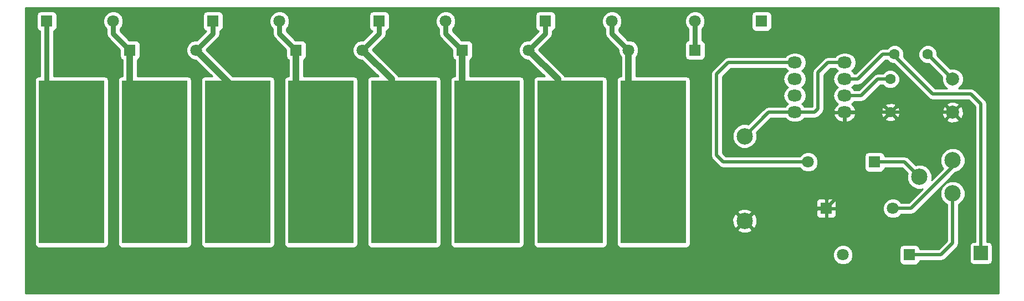
<source format=gtl>
G04 #@! TF.FileFunction,Copper,L1,Top,Signal*
%FSLAX46Y46*%
G04 Gerber Fmt 4.6, Leading zero omitted, Abs format (unit mm)*
G04 Created by KiCad (PCBNEW 4.0.1-stable) date 2016/10/28 19:38:33*
%MOMM*%
G01*
G04 APERTURE LIST*
%ADD10C,0.100000*%
%ADD11C,2.500000*%
%ADD12O,2.200000X1.800000*%
%ADD13R,10.000000X25.000000*%
%ADD14C,1.600000*%
%ADD15C,1.800000*%
%ADD16R,1.800000X1.800000*%
%ADD17C,2.000000*%
%ADD18R,2.200000X2.200000*%
%ADD19C,0.500000*%
%ADD20C,1.000000*%
%ADD21C,0.800000*%
%ADD22C,0.254000*%
G04 APERTURE END LIST*
D10*
D11*
X182755000Y-107630000D03*
X182755000Y-94630000D03*
D12*
X198030000Y-88430000D03*
X198030000Y-90970000D03*
X198030000Y-85890000D03*
X198030000Y-83350000D03*
X190410000Y-83350000D03*
X190410000Y-85890000D03*
X190410000Y-88430000D03*
X190410000Y-90970000D03*
D13*
X118020000Y-98590000D03*
X105320000Y-98590000D03*
X130720000Y-98590000D03*
X143420000Y-98590000D03*
X92620000Y-98590000D03*
X79920000Y-98590000D03*
X156120000Y-98590000D03*
X168820000Y-98590000D03*
D14*
X205015000Y-85890000D03*
X205015000Y-90970000D03*
X205650000Y-82080000D03*
X210730000Y-82080000D03*
D15*
X197776000Y-112814000D03*
D16*
X207936000Y-112814000D03*
D15*
X205396000Y-105702000D03*
D16*
X195236000Y-105702000D03*
D15*
X192442000Y-98590000D03*
D16*
X202602000Y-98590000D03*
D15*
X165010000Y-81445000D03*
D16*
X175170000Y-81445000D03*
D15*
X175170000Y-77000000D03*
D16*
X185330000Y-77000000D03*
D15*
X162470000Y-77000000D03*
D16*
X152310000Y-77000000D03*
D15*
X149770000Y-81445000D03*
D16*
X139610000Y-81445000D03*
D15*
X137070000Y-77000000D03*
D16*
X126910000Y-77000000D03*
D15*
X124370000Y-81445000D03*
D16*
X114210000Y-81445000D03*
D15*
X111670000Y-77000000D03*
D16*
X101510000Y-77000000D03*
D15*
X98970000Y-81445000D03*
D16*
X88810000Y-81445000D03*
D15*
X86270000Y-77000000D03*
D16*
X76110000Y-77000000D03*
D11*
X209460000Y-100876000D03*
X214540000Y-98336000D03*
X214540000Y-103416000D03*
D17*
X214540000Y-85890000D03*
X214540000Y-90970000D03*
D18*
X218858000Y-112560000D03*
D19*
X214540000Y-90970000D02*
X205015000Y-90970000D01*
X198030000Y-90970000D02*
X214540000Y-90970000D01*
X195236000Y-105702000D02*
X184683000Y-105702000D01*
X184683000Y-105702000D02*
X182755000Y-107630000D01*
X198030000Y-90970000D02*
X198030000Y-102908000D01*
X198030000Y-102908000D02*
X195236000Y-105702000D01*
X190410000Y-90970000D02*
X186415000Y-90970000D01*
X186415000Y-90970000D02*
X182755000Y-94630000D01*
X198030000Y-83350000D02*
X195490000Y-83350000D01*
X193458000Y-90970000D02*
X190410000Y-90970000D01*
X193966000Y-90462000D02*
X193458000Y-90970000D01*
X193966000Y-84874000D02*
X193966000Y-90462000D01*
X195490000Y-83350000D02*
X193966000Y-84874000D01*
X205015000Y-85890000D02*
X203110000Y-85890000D01*
X200570000Y-88430000D02*
X198030000Y-88430000D01*
X203110000Y-85890000D02*
X200570000Y-88430000D01*
X205650000Y-82080000D02*
X205650000Y-82334000D01*
X205650000Y-82334000D02*
X211492000Y-88176000D01*
X218858000Y-89700000D02*
X218858000Y-112560000D01*
X217334000Y-88176000D02*
X218858000Y-89700000D01*
X211492000Y-88176000D02*
X217334000Y-88176000D01*
X205650000Y-82080000D02*
X203872000Y-82080000D01*
X200062000Y-85890000D02*
X198030000Y-85890000D01*
X203872000Y-82080000D02*
X200062000Y-85890000D01*
X210730000Y-82080000D02*
X214540000Y-85890000D01*
D20*
X114210000Y-81445000D02*
X114210000Y-94780000D01*
X114210000Y-94780000D02*
X118020000Y-98590000D01*
D21*
X111670000Y-77000000D02*
X111670000Y-78905000D01*
X111670000Y-78905000D02*
X114210000Y-81445000D01*
D20*
X105320000Y-98590000D02*
X105320000Y-87795000D01*
X105320000Y-87795000D02*
X98970000Y-81445000D01*
D21*
X98970000Y-81445000D02*
X101510000Y-78905000D01*
X101510000Y-78905000D02*
X101510000Y-77000000D01*
D20*
X101510000Y-94780000D02*
X105320000Y-98590000D01*
X124370000Y-81445000D02*
X128815000Y-85890000D01*
X128815000Y-85890000D02*
X128815000Y-96685000D01*
X128815000Y-96685000D02*
X130720000Y-98590000D01*
D21*
X126910000Y-77000000D02*
X126910000Y-78905000D01*
X126910000Y-78905000D02*
X124370000Y-81445000D01*
D20*
X126910000Y-94780000D02*
X130720000Y-98590000D01*
X139610000Y-81445000D02*
X139610000Y-94780000D01*
X139610000Y-94780000D02*
X143420000Y-98590000D01*
D21*
X137070000Y-77000000D02*
X137070000Y-78905000D01*
X137070000Y-78905000D02*
X139610000Y-81445000D01*
D20*
X139610000Y-94780000D02*
X143420000Y-98590000D01*
X88810000Y-81445000D02*
X88810000Y-94780000D01*
X88810000Y-94780000D02*
X92620000Y-98590000D01*
D21*
X86270000Y-77000000D02*
X86270000Y-78905000D01*
X86270000Y-78905000D02*
X88810000Y-81445000D01*
X76110000Y-77000000D02*
X76110000Y-94780000D01*
X76110000Y-94780000D02*
X79920000Y-98590000D01*
D20*
X76110000Y-94780000D02*
X79920000Y-98590000D01*
X149770000Y-81445000D02*
X154215000Y-85890000D01*
X154215000Y-85890000D02*
X154215000Y-96685000D01*
X154215000Y-96685000D02*
X156120000Y-98590000D01*
D21*
X152310000Y-77000000D02*
X152310000Y-78905000D01*
X152310000Y-78905000D02*
X149770000Y-81445000D01*
D20*
X152310000Y-94780000D02*
X156120000Y-98590000D01*
X165010000Y-81445000D02*
X165010000Y-94780000D01*
X165010000Y-94780000D02*
X168820000Y-98590000D01*
D21*
X162470000Y-77000000D02*
X162470000Y-78905000D01*
X162470000Y-78905000D02*
X165010000Y-81445000D01*
D20*
X165010000Y-94780000D02*
X168820000Y-98590000D01*
D19*
X214540000Y-103416000D02*
X214540000Y-111036000D01*
X212762000Y-112814000D02*
X207936000Y-112814000D01*
X214540000Y-111036000D02*
X212762000Y-112814000D01*
X214540000Y-98336000D02*
X214540000Y-99352000D01*
X214540000Y-99352000D02*
X208190000Y-105702000D01*
X208190000Y-105702000D02*
X205396000Y-105702000D01*
X190410000Y-83350000D02*
X180250000Y-83350000D01*
X179488000Y-98590000D02*
X192442000Y-98590000D01*
X178472000Y-97574000D02*
X179488000Y-98590000D01*
X178472000Y-85128000D02*
X178472000Y-97574000D01*
X180250000Y-83350000D02*
X178472000Y-85128000D01*
X202602000Y-98590000D02*
X207174000Y-98590000D01*
X207174000Y-98590000D02*
X209460000Y-100876000D01*
D21*
X175170000Y-77000000D02*
X175170000Y-81445000D01*
D22*
G36*
X221573000Y-118673000D02*
X72827000Y-118673000D01*
X72827000Y-113117991D01*
X196240735Y-113117991D01*
X196473932Y-113682371D01*
X196905357Y-114114551D01*
X197469330Y-114348733D01*
X198079991Y-114349265D01*
X198644371Y-114116068D01*
X199076551Y-113684643D01*
X199310733Y-113120670D01*
X199311265Y-112510009D01*
X199078068Y-111945629D01*
X199046495Y-111914000D01*
X206388560Y-111914000D01*
X206388560Y-113714000D01*
X206432838Y-113949317D01*
X206571910Y-114165441D01*
X206784110Y-114310431D01*
X207036000Y-114361440D01*
X208836000Y-114361440D01*
X209071317Y-114317162D01*
X209287441Y-114178090D01*
X209432431Y-113965890D01*
X209483440Y-113714000D01*
X209483440Y-113699000D01*
X212761995Y-113699000D01*
X212762000Y-113699001D01*
X213044484Y-113642810D01*
X213100675Y-113631633D01*
X213387790Y-113439790D01*
X215165787Y-111661792D01*
X215165790Y-111661790D01*
X215357633Y-111374675D01*
X215379139Y-111266560D01*
X215425001Y-111036000D01*
X215425000Y-111035995D01*
X215425000Y-105089898D01*
X215606372Y-105014957D01*
X216137093Y-104485161D01*
X216424672Y-103792595D01*
X216425326Y-103042695D01*
X216138957Y-102349628D01*
X215609161Y-101818907D01*
X214916595Y-101531328D01*
X214166695Y-101530674D01*
X213473628Y-101817043D01*
X212942907Y-102346839D01*
X212655328Y-103039405D01*
X212654674Y-103789305D01*
X212941043Y-104482372D01*
X213470839Y-105013093D01*
X213655000Y-105089563D01*
X213655000Y-110669421D01*
X212395420Y-111929000D01*
X209483440Y-111929000D01*
X209483440Y-111914000D01*
X209439162Y-111678683D01*
X209300090Y-111462559D01*
X209087890Y-111317569D01*
X208836000Y-111266560D01*
X207036000Y-111266560D01*
X206800683Y-111310838D01*
X206584559Y-111449910D01*
X206439569Y-111662110D01*
X206388560Y-111914000D01*
X199046495Y-111914000D01*
X198646643Y-111513449D01*
X198082670Y-111279267D01*
X197472009Y-111278735D01*
X196907629Y-111511932D01*
X196475449Y-111943357D01*
X196241267Y-112507330D01*
X196240735Y-113117991D01*
X72827000Y-113117991D01*
X72827000Y-86090000D01*
X74272560Y-86090000D01*
X74272560Y-111090000D01*
X74316838Y-111325317D01*
X74455910Y-111541441D01*
X74668110Y-111686431D01*
X74920000Y-111737440D01*
X84920000Y-111737440D01*
X85155317Y-111693162D01*
X85371441Y-111554090D01*
X85516431Y-111341890D01*
X85567440Y-111090000D01*
X85567440Y-86090000D01*
X85523162Y-85854683D01*
X85384090Y-85638559D01*
X85171890Y-85493569D01*
X84920000Y-85442560D01*
X77145000Y-85442560D01*
X77145000Y-78522038D01*
X77245317Y-78503162D01*
X77461441Y-78364090D01*
X77606431Y-78151890D01*
X77657440Y-77900000D01*
X77657440Y-77303991D01*
X84734735Y-77303991D01*
X84967932Y-77868371D01*
X85235000Y-78135906D01*
X85235000Y-78904995D01*
X85234999Y-78905000D01*
X85313785Y-79301077D01*
X85538144Y-79636856D01*
X87262560Y-81361271D01*
X87262560Y-82345000D01*
X87306838Y-82580317D01*
X87445910Y-82796441D01*
X87658110Y-82941431D01*
X87675000Y-82944851D01*
X87675000Y-85442560D01*
X87620000Y-85442560D01*
X87384683Y-85486838D01*
X87168559Y-85625910D01*
X87023569Y-85838110D01*
X86972560Y-86090000D01*
X86972560Y-111090000D01*
X87016838Y-111325317D01*
X87155910Y-111541441D01*
X87368110Y-111686431D01*
X87620000Y-111737440D01*
X97620000Y-111737440D01*
X97855317Y-111693162D01*
X98071441Y-111554090D01*
X98216431Y-111341890D01*
X98267440Y-111090000D01*
X98267440Y-86090000D01*
X98223162Y-85854683D01*
X98084090Y-85638559D01*
X97871890Y-85493569D01*
X97620000Y-85442560D01*
X89945000Y-85442560D01*
X89945000Y-82948222D01*
X89945317Y-82948162D01*
X90161441Y-82809090D01*
X90306431Y-82596890D01*
X90357440Y-82345000D01*
X90357440Y-81748991D01*
X97434735Y-81748991D01*
X97667932Y-82313371D01*
X98099357Y-82745551D01*
X98663330Y-82979733D01*
X98899807Y-82979939D01*
X101362428Y-85442560D01*
X100320000Y-85442560D01*
X100084683Y-85486838D01*
X99868559Y-85625910D01*
X99723569Y-85838110D01*
X99672560Y-86090000D01*
X99672560Y-111090000D01*
X99716838Y-111325317D01*
X99855910Y-111541441D01*
X100068110Y-111686431D01*
X100320000Y-111737440D01*
X110320000Y-111737440D01*
X110555317Y-111693162D01*
X110771441Y-111554090D01*
X110916431Y-111341890D01*
X110967440Y-111090000D01*
X110967440Y-86090000D01*
X110923162Y-85854683D01*
X110784090Y-85638559D01*
X110571890Y-85493569D01*
X110320000Y-85442560D01*
X104572692Y-85442560D01*
X100505061Y-81374929D01*
X100505062Y-81373649D01*
X102241853Y-79636858D01*
X102241856Y-79636856D01*
X102376349Y-79435571D01*
X102466215Y-79301078D01*
X102545000Y-78905000D01*
X102545000Y-78522038D01*
X102645317Y-78503162D01*
X102861441Y-78364090D01*
X103006431Y-78151890D01*
X103057440Y-77900000D01*
X103057440Y-77303991D01*
X110134735Y-77303991D01*
X110367932Y-77868371D01*
X110635000Y-78135906D01*
X110635000Y-78904995D01*
X110634999Y-78905000D01*
X110713785Y-79301077D01*
X110938144Y-79636856D01*
X112662560Y-81361271D01*
X112662560Y-82345000D01*
X112706838Y-82580317D01*
X112845910Y-82796441D01*
X113058110Y-82941431D01*
X113075000Y-82944851D01*
X113075000Y-85442560D01*
X113020000Y-85442560D01*
X112784683Y-85486838D01*
X112568559Y-85625910D01*
X112423569Y-85838110D01*
X112372560Y-86090000D01*
X112372560Y-111090000D01*
X112416838Y-111325317D01*
X112555910Y-111541441D01*
X112768110Y-111686431D01*
X113020000Y-111737440D01*
X123020000Y-111737440D01*
X123255317Y-111693162D01*
X123471441Y-111554090D01*
X123616431Y-111341890D01*
X123667440Y-111090000D01*
X123667440Y-86090000D01*
X123623162Y-85854683D01*
X123484090Y-85638559D01*
X123271890Y-85493569D01*
X123020000Y-85442560D01*
X115345000Y-85442560D01*
X115345000Y-82948222D01*
X115345317Y-82948162D01*
X115561441Y-82809090D01*
X115706431Y-82596890D01*
X115757440Y-82345000D01*
X115757440Y-81748991D01*
X122834735Y-81748991D01*
X123067932Y-82313371D01*
X123499357Y-82745551D01*
X124063330Y-82979733D01*
X124299807Y-82979939D01*
X126762428Y-85442560D01*
X125720000Y-85442560D01*
X125484683Y-85486838D01*
X125268559Y-85625910D01*
X125123569Y-85838110D01*
X125072560Y-86090000D01*
X125072560Y-111090000D01*
X125116838Y-111325317D01*
X125255910Y-111541441D01*
X125468110Y-111686431D01*
X125720000Y-111737440D01*
X135720000Y-111737440D01*
X135955317Y-111693162D01*
X136171441Y-111554090D01*
X136316431Y-111341890D01*
X136367440Y-111090000D01*
X136367440Y-86090000D01*
X136323162Y-85854683D01*
X136184090Y-85638559D01*
X135971890Y-85493569D01*
X135720000Y-85442560D01*
X129854854Y-85442560D01*
X129617566Y-85087434D01*
X125905061Y-81374929D01*
X125905062Y-81373649D01*
X127641853Y-79636858D01*
X127641856Y-79636856D01*
X127776349Y-79435571D01*
X127866215Y-79301078D01*
X127945000Y-78905000D01*
X127945000Y-78522038D01*
X128045317Y-78503162D01*
X128261441Y-78364090D01*
X128406431Y-78151890D01*
X128457440Y-77900000D01*
X128457440Y-77303991D01*
X135534735Y-77303991D01*
X135767932Y-77868371D01*
X136035000Y-78135906D01*
X136035000Y-78904995D01*
X136034999Y-78905000D01*
X136113785Y-79301077D01*
X136338144Y-79636856D01*
X138062560Y-81361271D01*
X138062560Y-82345000D01*
X138106838Y-82580317D01*
X138245910Y-82796441D01*
X138458110Y-82941431D01*
X138475000Y-82944851D01*
X138475000Y-85442560D01*
X138420000Y-85442560D01*
X138184683Y-85486838D01*
X137968559Y-85625910D01*
X137823569Y-85838110D01*
X137772560Y-86090000D01*
X137772560Y-111090000D01*
X137816838Y-111325317D01*
X137955910Y-111541441D01*
X138168110Y-111686431D01*
X138420000Y-111737440D01*
X148420000Y-111737440D01*
X148655317Y-111693162D01*
X148871441Y-111554090D01*
X149016431Y-111341890D01*
X149067440Y-111090000D01*
X149067440Y-86090000D01*
X149023162Y-85854683D01*
X148884090Y-85638559D01*
X148671890Y-85493569D01*
X148420000Y-85442560D01*
X140745000Y-85442560D01*
X140745000Y-82948222D01*
X140745317Y-82948162D01*
X140961441Y-82809090D01*
X141106431Y-82596890D01*
X141157440Y-82345000D01*
X141157440Y-81748991D01*
X148234735Y-81748991D01*
X148467932Y-82313371D01*
X148899357Y-82745551D01*
X149463330Y-82979733D01*
X149699807Y-82979939D01*
X152162428Y-85442560D01*
X151120000Y-85442560D01*
X150884683Y-85486838D01*
X150668559Y-85625910D01*
X150523569Y-85838110D01*
X150472560Y-86090000D01*
X150472560Y-111090000D01*
X150516838Y-111325317D01*
X150655910Y-111541441D01*
X150868110Y-111686431D01*
X151120000Y-111737440D01*
X161120000Y-111737440D01*
X161355317Y-111693162D01*
X161571441Y-111554090D01*
X161716431Y-111341890D01*
X161767440Y-111090000D01*
X161767440Y-86090000D01*
X161723162Y-85854683D01*
X161584090Y-85638559D01*
X161371890Y-85493569D01*
X161120000Y-85442560D01*
X155254854Y-85442560D01*
X155017566Y-85087434D01*
X151305061Y-81374929D01*
X151305062Y-81373649D01*
X153041853Y-79636858D01*
X153041856Y-79636856D01*
X153176349Y-79435571D01*
X153266215Y-79301078D01*
X153345000Y-78905000D01*
X153345000Y-78522038D01*
X153445317Y-78503162D01*
X153661441Y-78364090D01*
X153806431Y-78151890D01*
X153857440Y-77900000D01*
X153857440Y-77303991D01*
X160934735Y-77303991D01*
X161167932Y-77868371D01*
X161435000Y-78135906D01*
X161435000Y-78904995D01*
X161434999Y-78905000D01*
X161513785Y-79301077D01*
X161738144Y-79636856D01*
X163475062Y-81373773D01*
X163474735Y-81748991D01*
X163707932Y-82313371D01*
X163875000Y-82480731D01*
X163875000Y-85442560D01*
X163820000Y-85442560D01*
X163584683Y-85486838D01*
X163368559Y-85625910D01*
X163223569Y-85838110D01*
X163172560Y-86090000D01*
X163172560Y-111090000D01*
X163216838Y-111325317D01*
X163355910Y-111541441D01*
X163568110Y-111686431D01*
X163820000Y-111737440D01*
X173820000Y-111737440D01*
X174055317Y-111693162D01*
X174271441Y-111554090D01*
X174416431Y-111341890D01*
X174467440Y-111090000D01*
X174467440Y-108963320D01*
X181601285Y-108963320D01*
X181730533Y-109256123D01*
X182430806Y-109524388D01*
X183180435Y-109504250D01*
X183779467Y-109256123D01*
X183908715Y-108963320D01*
X182755000Y-107809605D01*
X181601285Y-108963320D01*
X174467440Y-108963320D01*
X174467440Y-107305806D01*
X180860612Y-107305806D01*
X180880750Y-108055435D01*
X181128877Y-108654467D01*
X181421680Y-108783715D01*
X182575395Y-107630000D01*
X182934605Y-107630000D01*
X184088320Y-108783715D01*
X184381123Y-108654467D01*
X184649388Y-107954194D01*
X184629250Y-107204565D01*
X184381123Y-106605533D01*
X184088320Y-106476285D01*
X182934605Y-107630000D01*
X182575395Y-107630000D01*
X181421680Y-106476285D01*
X181128877Y-106605533D01*
X180860612Y-107305806D01*
X174467440Y-107305806D01*
X174467440Y-106296680D01*
X181601285Y-106296680D01*
X182755000Y-107450395D01*
X183908715Y-106296680D01*
X183779467Y-106003877D01*
X183737370Y-105987750D01*
X193701000Y-105987750D01*
X193701000Y-106728310D01*
X193797673Y-106961699D01*
X193976302Y-107140327D01*
X194209691Y-107237000D01*
X194950250Y-107237000D01*
X195109000Y-107078250D01*
X195109000Y-105829000D01*
X195363000Y-105829000D01*
X195363000Y-107078250D01*
X195521750Y-107237000D01*
X196262309Y-107237000D01*
X196495698Y-107140327D01*
X196674327Y-106961699D01*
X196771000Y-106728310D01*
X196771000Y-105987750D01*
X196612250Y-105829000D01*
X195363000Y-105829000D01*
X195109000Y-105829000D01*
X193859750Y-105829000D01*
X193701000Y-105987750D01*
X183737370Y-105987750D01*
X183079194Y-105735612D01*
X182329565Y-105755750D01*
X181730533Y-106003877D01*
X181601285Y-106296680D01*
X174467440Y-106296680D01*
X174467440Y-104675690D01*
X193701000Y-104675690D01*
X193701000Y-105416250D01*
X193859750Y-105575000D01*
X195109000Y-105575000D01*
X195109000Y-104325750D01*
X195363000Y-104325750D01*
X195363000Y-105575000D01*
X196612250Y-105575000D01*
X196771000Y-105416250D01*
X196771000Y-104675690D01*
X196674327Y-104442301D01*
X196495698Y-104263673D01*
X196262309Y-104167000D01*
X195521750Y-104167000D01*
X195363000Y-104325750D01*
X195109000Y-104325750D01*
X194950250Y-104167000D01*
X194209691Y-104167000D01*
X193976302Y-104263673D01*
X193797673Y-104442301D01*
X193701000Y-104675690D01*
X174467440Y-104675690D01*
X174467440Y-86090000D01*
X174423162Y-85854683D01*
X174284090Y-85638559D01*
X174071890Y-85493569D01*
X173820000Y-85442560D01*
X166145000Y-85442560D01*
X166145000Y-85128000D01*
X177586999Y-85128000D01*
X177587000Y-85128005D01*
X177587000Y-97573995D01*
X177586999Y-97574000D01*
X177615913Y-97719357D01*
X177654367Y-97912675D01*
X177710928Y-97997325D01*
X177846210Y-98199790D01*
X178862208Y-99215787D01*
X178862210Y-99215790D01*
X179149325Y-99407633D01*
X179205516Y-99418810D01*
X179488000Y-99475001D01*
X179488005Y-99475000D01*
X191156532Y-99475000D01*
X191571357Y-99890551D01*
X192135330Y-100124733D01*
X192745991Y-100125265D01*
X193310371Y-99892068D01*
X193742551Y-99460643D01*
X193976733Y-98896670D01*
X193977265Y-98286009D01*
X193744068Y-97721629D01*
X193712495Y-97690000D01*
X201054560Y-97690000D01*
X201054560Y-99490000D01*
X201098838Y-99725317D01*
X201237910Y-99941441D01*
X201450110Y-100086431D01*
X201702000Y-100137440D01*
X203502000Y-100137440D01*
X203737317Y-100093162D01*
X203953441Y-99954090D01*
X204098431Y-99741890D01*
X204149440Y-99490000D01*
X204149440Y-99475000D01*
X206807420Y-99475000D01*
X207650586Y-100318165D01*
X207575328Y-100499405D01*
X207574674Y-101249305D01*
X207861043Y-101942372D01*
X208390839Y-102473093D01*
X209083405Y-102760672D01*
X209833305Y-102761326D01*
X209911336Y-102729084D01*
X207823420Y-104817000D01*
X206681468Y-104817000D01*
X206266643Y-104401449D01*
X205702670Y-104167267D01*
X205092009Y-104166735D01*
X204527629Y-104399932D01*
X204095449Y-104831357D01*
X203861267Y-105395330D01*
X203860735Y-106005991D01*
X204093932Y-106570371D01*
X204525357Y-107002551D01*
X205089330Y-107236733D01*
X205699991Y-107237265D01*
X206264371Y-107004068D01*
X206682169Y-106587000D01*
X208189995Y-106587000D01*
X208190000Y-106587001D01*
X208472484Y-106530810D01*
X208528675Y-106519633D01*
X208815790Y-106327790D01*
X214928554Y-100215025D01*
X215606372Y-99934957D01*
X216137093Y-99405161D01*
X216424672Y-98712595D01*
X216425326Y-97962695D01*
X216138957Y-97269628D01*
X215609161Y-96738907D01*
X214916595Y-96451328D01*
X214166695Y-96450674D01*
X213473628Y-96737043D01*
X212942907Y-97266839D01*
X212655328Y-97959405D01*
X212654674Y-98709305D01*
X212941043Y-99402372D01*
X213089416Y-99551004D01*
X211314029Y-101326392D01*
X211344672Y-101252595D01*
X211345326Y-100502695D01*
X211058957Y-99809628D01*
X210529161Y-99278907D01*
X209836595Y-98991328D01*
X209086695Y-98990674D01*
X208902402Y-99066822D01*
X207799790Y-97964210D01*
X207722660Y-97912674D01*
X207512675Y-97772367D01*
X207456484Y-97761190D01*
X207174000Y-97704999D01*
X207173995Y-97705000D01*
X204149440Y-97705000D01*
X204149440Y-97690000D01*
X204105162Y-97454683D01*
X203966090Y-97238559D01*
X203753890Y-97093569D01*
X203502000Y-97042560D01*
X201702000Y-97042560D01*
X201466683Y-97086838D01*
X201250559Y-97225910D01*
X201105569Y-97438110D01*
X201054560Y-97690000D01*
X193712495Y-97690000D01*
X193312643Y-97289449D01*
X192748670Y-97055267D01*
X192138009Y-97054735D01*
X191573629Y-97287932D01*
X191155831Y-97705000D01*
X179854579Y-97705000D01*
X179357000Y-97207420D01*
X179357000Y-85494580D01*
X180616579Y-84235000D01*
X188956691Y-84235000D01*
X189090600Y-84435409D01*
X189366860Y-84620000D01*
X189090600Y-84804591D01*
X188757854Y-85302581D01*
X188641009Y-85890000D01*
X188757854Y-86477419D01*
X189090600Y-86975409D01*
X189366860Y-87160000D01*
X189090600Y-87344591D01*
X188757854Y-87842581D01*
X188641009Y-88430000D01*
X188757854Y-89017419D01*
X189090600Y-89515409D01*
X189366860Y-89700000D01*
X189090600Y-89884591D01*
X188956691Y-90085000D01*
X186415005Y-90085000D01*
X186415000Y-90084999D01*
X186132516Y-90141190D01*
X186076325Y-90152367D01*
X185789210Y-90344210D01*
X185789208Y-90344213D01*
X183312835Y-92820585D01*
X183131595Y-92745328D01*
X182381695Y-92744674D01*
X181688628Y-93031043D01*
X181157907Y-93560839D01*
X180870328Y-94253405D01*
X180869674Y-95003305D01*
X181156043Y-95696372D01*
X181685839Y-96227093D01*
X182378405Y-96514672D01*
X183128305Y-96515326D01*
X183821372Y-96228957D01*
X184352093Y-95699161D01*
X184639672Y-95006595D01*
X184640326Y-94256695D01*
X184564178Y-94072402D01*
X186781579Y-91855000D01*
X188956691Y-91855000D01*
X189090600Y-92055409D01*
X189588590Y-92388155D01*
X190176009Y-92505000D01*
X190643991Y-92505000D01*
X191231410Y-92388155D01*
X191729400Y-92055409D01*
X191863309Y-91855000D01*
X193457995Y-91855000D01*
X193458000Y-91855001D01*
X193743858Y-91798139D01*
X193796675Y-91787633D01*
X194083790Y-91595790D01*
X194083791Y-91595789D01*
X194344839Y-91334740D01*
X196338964Y-91334740D01*
X196351525Y-91400025D01*
X196628631Y-91933079D01*
X197088634Y-92319513D01*
X197661503Y-92500496D01*
X197903000Y-92349262D01*
X197903000Y-91097000D01*
X198157000Y-91097000D01*
X198157000Y-92349262D01*
X198398497Y-92500496D01*
X198971366Y-92319513D01*
X199378199Y-91977745D01*
X204186861Y-91977745D01*
X204260995Y-92223864D01*
X204798223Y-92416965D01*
X205368454Y-92389778D01*
X205769005Y-92223864D01*
X205799527Y-92122532D01*
X213567073Y-92122532D01*
X213665736Y-92389387D01*
X214275461Y-92615908D01*
X214925460Y-92591856D01*
X215414264Y-92389387D01*
X215512927Y-92122532D01*
X214540000Y-91149605D01*
X213567073Y-92122532D01*
X205799527Y-92122532D01*
X205843139Y-91977745D01*
X205015000Y-91149605D01*
X204186861Y-91977745D01*
X199378199Y-91977745D01*
X199431369Y-91933079D01*
X199708475Y-91400025D01*
X199721036Y-91334740D01*
X199600378Y-91097000D01*
X198157000Y-91097000D01*
X197903000Y-91097000D01*
X196459622Y-91097000D01*
X196338964Y-91334740D01*
X194344839Y-91334740D01*
X194591787Y-91087792D01*
X194591790Y-91087790D01*
X194783633Y-90800675D01*
X194851000Y-90462000D01*
X194851000Y-85240580D01*
X195856579Y-84235000D01*
X196576691Y-84235000D01*
X196710600Y-84435409D01*
X196986860Y-84620000D01*
X196710600Y-84804591D01*
X196377854Y-85302581D01*
X196261009Y-85890000D01*
X196377854Y-86477419D01*
X196710600Y-86975409D01*
X196986860Y-87160000D01*
X196710600Y-87344591D01*
X196377854Y-87842581D01*
X196261009Y-88430000D01*
X196377854Y-89017419D01*
X196710600Y-89515409D01*
X196990828Y-89702651D01*
X196628631Y-90006921D01*
X196351525Y-90539975D01*
X196338964Y-90605260D01*
X196459622Y-90843000D01*
X197903000Y-90843000D01*
X197903000Y-90823000D01*
X198157000Y-90823000D01*
X198157000Y-90843000D01*
X199600378Y-90843000D01*
X199645941Y-90753223D01*
X203568035Y-90753223D01*
X203595222Y-91323454D01*
X203761136Y-91724005D01*
X204007255Y-91798139D01*
X204835395Y-90970000D01*
X205194605Y-90970000D01*
X206022745Y-91798139D01*
X206268864Y-91724005D01*
X206461965Y-91186777D01*
X206439018Y-90705461D01*
X212894092Y-90705461D01*
X212918144Y-91355460D01*
X213120613Y-91844264D01*
X213387468Y-91942927D01*
X214360395Y-90970000D01*
X214719605Y-90970000D01*
X215692532Y-91942927D01*
X215959387Y-91844264D01*
X216185908Y-91234539D01*
X216161856Y-90584540D01*
X215959387Y-90095736D01*
X215692532Y-89997073D01*
X214719605Y-90970000D01*
X214360395Y-90970000D01*
X213387468Y-89997073D01*
X213120613Y-90095736D01*
X212894092Y-90705461D01*
X206439018Y-90705461D01*
X206434778Y-90616546D01*
X206268864Y-90215995D01*
X206022745Y-90141861D01*
X205194605Y-90970000D01*
X204835395Y-90970000D01*
X204007255Y-90141861D01*
X203761136Y-90215995D01*
X203568035Y-90753223D01*
X199645941Y-90753223D01*
X199721036Y-90605260D01*
X199708475Y-90539975D01*
X199431369Y-90006921D01*
X199378200Y-89962255D01*
X204186861Y-89962255D01*
X205015000Y-90790395D01*
X205843139Y-89962255D01*
X205799528Y-89817468D01*
X213567073Y-89817468D01*
X214540000Y-90790395D01*
X215512927Y-89817468D01*
X215414264Y-89550613D01*
X214804539Y-89324092D01*
X214154540Y-89348144D01*
X213665736Y-89550613D01*
X213567073Y-89817468D01*
X205799528Y-89817468D01*
X205769005Y-89716136D01*
X205231777Y-89523035D01*
X204661546Y-89550222D01*
X204260995Y-89716136D01*
X204186861Y-89962255D01*
X199378200Y-89962255D01*
X199069172Y-89702651D01*
X199349400Y-89515409D01*
X199483309Y-89315000D01*
X200569995Y-89315000D01*
X200570000Y-89315001D01*
X200852484Y-89258810D01*
X200908675Y-89247633D01*
X201195790Y-89055790D01*
X203476579Y-86775000D01*
X203870829Y-86775000D01*
X204201077Y-87105824D01*
X204728309Y-87324750D01*
X205299187Y-87325248D01*
X205826800Y-87107243D01*
X206230824Y-86703923D01*
X206449750Y-86176691D01*
X206450248Y-85605813D01*
X206232243Y-85078200D01*
X205828923Y-84674176D01*
X205301691Y-84455250D01*
X204730813Y-84454752D01*
X204203200Y-84672757D01*
X203870377Y-85005000D01*
X203110000Y-85005000D01*
X202771325Y-85072367D01*
X202484210Y-85264210D01*
X202484208Y-85264213D01*
X200203420Y-87545000D01*
X199483309Y-87545000D01*
X199349400Y-87344591D01*
X199073140Y-87160000D01*
X199349400Y-86975409D01*
X199483309Y-86775000D01*
X200061995Y-86775000D01*
X200062000Y-86775001D01*
X200344484Y-86718810D01*
X200400675Y-86707633D01*
X200687790Y-86515790D01*
X204238579Y-82965000D01*
X204505829Y-82965000D01*
X204836077Y-83295824D01*
X205363309Y-83514750D01*
X205579359Y-83514938D01*
X210866208Y-88801787D01*
X210866210Y-88801790D01*
X211153325Y-88993633D01*
X211209516Y-89004810D01*
X211492000Y-89061001D01*
X211492005Y-89061000D01*
X216967420Y-89061000D01*
X217973000Y-90066579D01*
X217973000Y-110812560D01*
X217758000Y-110812560D01*
X217522683Y-110856838D01*
X217306559Y-110995910D01*
X217161569Y-111208110D01*
X217110560Y-111460000D01*
X217110560Y-113660000D01*
X217154838Y-113895317D01*
X217293910Y-114111441D01*
X217506110Y-114256431D01*
X217758000Y-114307440D01*
X219958000Y-114307440D01*
X220193317Y-114263162D01*
X220409441Y-114124090D01*
X220554431Y-113911890D01*
X220605440Y-113660000D01*
X220605440Y-111460000D01*
X220561162Y-111224683D01*
X220422090Y-111008559D01*
X220209890Y-110863569D01*
X219958000Y-110812560D01*
X219743000Y-110812560D01*
X219743000Y-89700000D01*
X219675633Y-89361325D01*
X219483790Y-89074210D01*
X219483787Y-89074208D01*
X217959790Y-87550210D01*
X217921635Y-87524716D01*
X217672675Y-87358367D01*
X217603419Y-87344591D01*
X217334000Y-87290999D01*
X217333995Y-87291000D01*
X215430804Y-87291000D01*
X215464943Y-87276894D01*
X215925278Y-86817363D01*
X216174716Y-86216648D01*
X216175284Y-85566205D01*
X215926894Y-84965057D01*
X215467363Y-84504722D01*
X214866648Y-84255284D01*
X214216205Y-84254716D01*
X214173812Y-84272233D01*
X212164840Y-82263260D01*
X212165248Y-81795813D01*
X211947243Y-81268200D01*
X211543923Y-80864176D01*
X211016691Y-80645250D01*
X210445813Y-80644752D01*
X209918200Y-80862757D01*
X209514176Y-81266077D01*
X209295250Y-81793309D01*
X209294752Y-82364187D01*
X209512757Y-82891800D01*
X209916077Y-83295824D01*
X210443309Y-83514750D01*
X210913580Y-83515160D01*
X212921858Y-85523437D01*
X212905284Y-85563352D01*
X212904716Y-86213795D01*
X213153106Y-86814943D01*
X213612637Y-87275278D01*
X213650500Y-87291000D01*
X211858579Y-87291000D01*
X207040599Y-82473019D01*
X207084750Y-82366691D01*
X207085248Y-81795813D01*
X206867243Y-81268200D01*
X206463923Y-80864176D01*
X205936691Y-80645250D01*
X205365813Y-80644752D01*
X204838200Y-80862757D01*
X204505377Y-81195000D01*
X203872005Y-81195000D01*
X203872000Y-81194999D01*
X203589516Y-81251190D01*
X203533325Y-81262367D01*
X203246210Y-81454210D01*
X203246208Y-81454213D01*
X199695420Y-85005000D01*
X199483309Y-85005000D01*
X199349400Y-84804591D01*
X199073140Y-84620000D01*
X199349400Y-84435409D01*
X199682146Y-83937419D01*
X199798991Y-83350000D01*
X199682146Y-82762581D01*
X199349400Y-82264591D01*
X198851410Y-81931845D01*
X198263991Y-81815000D01*
X197796009Y-81815000D01*
X197208590Y-81931845D01*
X196710600Y-82264591D01*
X196576691Y-82465000D01*
X195490000Y-82465000D01*
X195151325Y-82532367D01*
X194864210Y-82724210D01*
X194864208Y-82724213D01*
X193340210Y-84248210D01*
X193148367Y-84535325D01*
X193148367Y-84535326D01*
X193080999Y-84874000D01*
X193081000Y-84874005D01*
X193081000Y-90085000D01*
X191863309Y-90085000D01*
X191729400Y-89884591D01*
X191453140Y-89700000D01*
X191729400Y-89515409D01*
X192062146Y-89017419D01*
X192178991Y-88430000D01*
X192062146Y-87842581D01*
X191729400Y-87344591D01*
X191453140Y-87160000D01*
X191729400Y-86975409D01*
X192062146Y-86477419D01*
X192178991Y-85890000D01*
X192062146Y-85302581D01*
X191729400Y-84804591D01*
X191453140Y-84620000D01*
X191729400Y-84435409D01*
X192062146Y-83937419D01*
X192178991Y-83350000D01*
X192062146Y-82762581D01*
X191729400Y-82264591D01*
X191231410Y-81931845D01*
X190643991Y-81815000D01*
X190176009Y-81815000D01*
X189588590Y-81931845D01*
X189090600Y-82264591D01*
X188956691Y-82465000D01*
X180250005Y-82465000D01*
X180250000Y-82464999D01*
X179967516Y-82521190D01*
X179911325Y-82532367D01*
X179624210Y-82724210D01*
X179624208Y-82724213D01*
X177846210Y-84502210D01*
X177654367Y-84789325D01*
X177644009Y-84841397D01*
X177586999Y-85128000D01*
X166145000Y-85128000D01*
X166145000Y-82480905D01*
X166310551Y-82315643D01*
X166544733Y-81751670D01*
X166545265Y-81141009D01*
X166312068Y-80576629D01*
X166280495Y-80545000D01*
X173622560Y-80545000D01*
X173622560Y-82345000D01*
X173666838Y-82580317D01*
X173805910Y-82796441D01*
X174018110Y-82941431D01*
X174270000Y-82992440D01*
X176070000Y-82992440D01*
X176305317Y-82948162D01*
X176521441Y-82809090D01*
X176666431Y-82596890D01*
X176717440Y-82345000D01*
X176717440Y-80545000D01*
X176673162Y-80309683D01*
X176534090Y-80093559D01*
X176321890Y-79948569D01*
X176205000Y-79924898D01*
X176205000Y-78135730D01*
X176470551Y-77870643D01*
X176704733Y-77306670D01*
X176705265Y-76696009D01*
X176472068Y-76131629D01*
X176440495Y-76100000D01*
X183782560Y-76100000D01*
X183782560Y-77900000D01*
X183826838Y-78135317D01*
X183965910Y-78351441D01*
X184178110Y-78496431D01*
X184430000Y-78547440D01*
X186230000Y-78547440D01*
X186465317Y-78503162D01*
X186681441Y-78364090D01*
X186826431Y-78151890D01*
X186877440Y-77900000D01*
X186877440Y-76100000D01*
X186833162Y-75864683D01*
X186694090Y-75648559D01*
X186481890Y-75503569D01*
X186230000Y-75452560D01*
X184430000Y-75452560D01*
X184194683Y-75496838D01*
X183978559Y-75635910D01*
X183833569Y-75848110D01*
X183782560Y-76100000D01*
X176440495Y-76100000D01*
X176040643Y-75699449D01*
X175476670Y-75465267D01*
X174866009Y-75464735D01*
X174301629Y-75697932D01*
X173869449Y-76129357D01*
X173635267Y-76693330D01*
X173634735Y-77303991D01*
X173867932Y-77868371D01*
X174135000Y-78135906D01*
X174135000Y-79922962D01*
X174034683Y-79941838D01*
X173818559Y-80080910D01*
X173673569Y-80293110D01*
X173622560Y-80545000D01*
X166280495Y-80545000D01*
X165880643Y-80144449D01*
X165316670Y-79910267D01*
X164938649Y-79909938D01*
X163505000Y-78476288D01*
X163505000Y-78135730D01*
X163770551Y-77870643D01*
X164004733Y-77306670D01*
X164005265Y-76696009D01*
X163772068Y-76131629D01*
X163340643Y-75699449D01*
X162776670Y-75465267D01*
X162166009Y-75464735D01*
X161601629Y-75697932D01*
X161169449Y-76129357D01*
X160935267Y-76693330D01*
X160934735Y-77303991D01*
X153857440Y-77303991D01*
X153857440Y-76100000D01*
X153813162Y-75864683D01*
X153674090Y-75648559D01*
X153461890Y-75503569D01*
X153210000Y-75452560D01*
X151410000Y-75452560D01*
X151174683Y-75496838D01*
X150958559Y-75635910D01*
X150813569Y-75848110D01*
X150762560Y-76100000D01*
X150762560Y-77900000D01*
X150806838Y-78135317D01*
X150945910Y-78351441D01*
X151158110Y-78496431D01*
X151238565Y-78512724D01*
X149841226Y-79910062D01*
X149466009Y-79909735D01*
X148901629Y-80142932D01*
X148469449Y-80574357D01*
X148235267Y-81138330D01*
X148234735Y-81748991D01*
X141157440Y-81748991D01*
X141157440Y-80545000D01*
X141113162Y-80309683D01*
X140974090Y-80093559D01*
X140761890Y-79948569D01*
X140510000Y-79897560D01*
X139526271Y-79897560D01*
X138105000Y-78476288D01*
X138105000Y-78135730D01*
X138370551Y-77870643D01*
X138604733Y-77306670D01*
X138605265Y-76696009D01*
X138372068Y-76131629D01*
X137940643Y-75699449D01*
X137376670Y-75465267D01*
X136766009Y-75464735D01*
X136201629Y-75697932D01*
X135769449Y-76129357D01*
X135535267Y-76693330D01*
X135534735Y-77303991D01*
X128457440Y-77303991D01*
X128457440Y-76100000D01*
X128413162Y-75864683D01*
X128274090Y-75648559D01*
X128061890Y-75503569D01*
X127810000Y-75452560D01*
X126010000Y-75452560D01*
X125774683Y-75496838D01*
X125558559Y-75635910D01*
X125413569Y-75848110D01*
X125362560Y-76100000D01*
X125362560Y-77900000D01*
X125406838Y-78135317D01*
X125545910Y-78351441D01*
X125758110Y-78496431D01*
X125838565Y-78512724D01*
X124441226Y-79910062D01*
X124066009Y-79909735D01*
X123501629Y-80142932D01*
X123069449Y-80574357D01*
X122835267Y-81138330D01*
X122834735Y-81748991D01*
X115757440Y-81748991D01*
X115757440Y-80545000D01*
X115713162Y-80309683D01*
X115574090Y-80093559D01*
X115361890Y-79948569D01*
X115110000Y-79897560D01*
X114126271Y-79897560D01*
X112705000Y-78476288D01*
X112705000Y-78135730D01*
X112970551Y-77870643D01*
X113204733Y-77306670D01*
X113205265Y-76696009D01*
X112972068Y-76131629D01*
X112540643Y-75699449D01*
X111976670Y-75465267D01*
X111366009Y-75464735D01*
X110801629Y-75697932D01*
X110369449Y-76129357D01*
X110135267Y-76693330D01*
X110134735Y-77303991D01*
X103057440Y-77303991D01*
X103057440Y-76100000D01*
X103013162Y-75864683D01*
X102874090Y-75648559D01*
X102661890Y-75503569D01*
X102410000Y-75452560D01*
X100610000Y-75452560D01*
X100374683Y-75496838D01*
X100158559Y-75635910D01*
X100013569Y-75848110D01*
X99962560Y-76100000D01*
X99962560Y-77900000D01*
X100006838Y-78135317D01*
X100145910Y-78351441D01*
X100358110Y-78496431D01*
X100438565Y-78512724D01*
X99041226Y-79910062D01*
X98666009Y-79909735D01*
X98101629Y-80142932D01*
X97669449Y-80574357D01*
X97435267Y-81138330D01*
X97434735Y-81748991D01*
X90357440Y-81748991D01*
X90357440Y-80545000D01*
X90313162Y-80309683D01*
X90174090Y-80093559D01*
X89961890Y-79948569D01*
X89710000Y-79897560D01*
X88726271Y-79897560D01*
X87305000Y-78476288D01*
X87305000Y-78135730D01*
X87570551Y-77870643D01*
X87804733Y-77306670D01*
X87805265Y-76696009D01*
X87572068Y-76131629D01*
X87140643Y-75699449D01*
X86576670Y-75465267D01*
X85966009Y-75464735D01*
X85401629Y-75697932D01*
X84969449Y-76129357D01*
X84735267Y-76693330D01*
X84734735Y-77303991D01*
X77657440Y-77303991D01*
X77657440Y-76100000D01*
X77613162Y-75864683D01*
X77474090Y-75648559D01*
X77261890Y-75503569D01*
X77010000Y-75452560D01*
X75210000Y-75452560D01*
X74974683Y-75496838D01*
X74758559Y-75635910D01*
X74613569Y-75848110D01*
X74562560Y-76100000D01*
X74562560Y-77900000D01*
X74606838Y-78135317D01*
X74745910Y-78351441D01*
X74958110Y-78496431D01*
X75075000Y-78520102D01*
X75075000Y-85442560D01*
X74920000Y-85442560D01*
X74684683Y-85486838D01*
X74468559Y-85625910D01*
X74323569Y-85838110D01*
X74272560Y-86090000D01*
X72827000Y-86090000D01*
X72827000Y-74927000D01*
X221573000Y-74927000D01*
X221573000Y-118673000D01*
X221573000Y-118673000D01*
G37*
X221573000Y-118673000D02*
X72827000Y-118673000D01*
X72827000Y-113117991D01*
X196240735Y-113117991D01*
X196473932Y-113682371D01*
X196905357Y-114114551D01*
X197469330Y-114348733D01*
X198079991Y-114349265D01*
X198644371Y-114116068D01*
X199076551Y-113684643D01*
X199310733Y-113120670D01*
X199311265Y-112510009D01*
X199078068Y-111945629D01*
X199046495Y-111914000D01*
X206388560Y-111914000D01*
X206388560Y-113714000D01*
X206432838Y-113949317D01*
X206571910Y-114165441D01*
X206784110Y-114310431D01*
X207036000Y-114361440D01*
X208836000Y-114361440D01*
X209071317Y-114317162D01*
X209287441Y-114178090D01*
X209432431Y-113965890D01*
X209483440Y-113714000D01*
X209483440Y-113699000D01*
X212761995Y-113699000D01*
X212762000Y-113699001D01*
X213044484Y-113642810D01*
X213100675Y-113631633D01*
X213387790Y-113439790D01*
X215165787Y-111661792D01*
X215165790Y-111661790D01*
X215357633Y-111374675D01*
X215379139Y-111266560D01*
X215425001Y-111036000D01*
X215425000Y-111035995D01*
X215425000Y-105089898D01*
X215606372Y-105014957D01*
X216137093Y-104485161D01*
X216424672Y-103792595D01*
X216425326Y-103042695D01*
X216138957Y-102349628D01*
X215609161Y-101818907D01*
X214916595Y-101531328D01*
X214166695Y-101530674D01*
X213473628Y-101817043D01*
X212942907Y-102346839D01*
X212655328Y-103039405D01*
X212654674Y-103789305D01*
X212941043Y-104482372D01*
X213470839Y-105013093D01*
X213655000Y-105089563D01*
X213655000Y-110669421D01*
X212395420Y-111929000D01*
X209483440Y-111929000D01*
X209483440Y-111914000D01*
X209439162Y-111678683D01*
X209300090Y-111462559D01*
X209087890Y-111317569D01*
X208836000Y-111266560D01*
X207036000Y-111266560D01*
X206800683Y-111310838D01*
X206584559Y-111449910D01*
X206439569Y-111662110D01*
X206388560Y-111914000D01*
X199046495Y-111914000D01*
X198646643Y-111513449D01*
X198082670Y-111279267D01*
X197472009Y-111278735D01*
X196907629Y-111511932D01*
X196475449Y-111943357D01*
X196241267Y-112507330D01*
X196240735Y-113117991D01*
X72827000Y-113117991D01*
X72827000Y-86090000D01*
X74272560Y-86090000D01*
X74272560Y-111090000D01*
X74316838Y-111325317D01*
X74455910Y-111541441D01*
X74668110Y-111686431D01*
X74920000Y-111737440D01*
X84920000Y-111737440D01*
X85155317Y-111693162D01*
X85371441Y-111554090D01*
X85516431Y-111341890D01*
X85567440Y-111090000D01*
X85567440Y-86090000D01*
X85523162Y-85854683D01*
X85384090Y-85638559D01*
X85171890Y-85493569D01*
X84920000Y-85442560D01*
X77145000Y-85442560D01*
X77145000Y-78522038D01*
X77245317Y-78503162D01*
X77461441Y-78364090D01*
X77606431Y-78151890D01*
X77657440Y-77900000D01*
X77657440Y-77303991D01*
X84734735Y-77303991D01*
X84967932Y-77868371D01*
X85235000Y-78135906D01*
X85235000Y-78904995D01*
X85234999Y-78905000D01*
X85313785Y-79301077D01*
X85538144Y-79636856D01*
X87262560Y-81361271D01*
X87262560Y-82345000D01*
X87306838Y-82580317D01*
X87445910Y-82796441D01*
X87658110Y-82941431D01*
X87675000Y-82944851D01*
X87675000Y-85442560D01*
X87620000Y-85442560D01*
X87384683Y-85486838D01*
X87168559Y-85625910D01*
X87023569Y-85838110D01*
X86972560Y-86090000D01*
X86972560Y-111090000D01*
X87016838Y-111325317D01*
X87155910Y-111541441D01*
X87368110Y-111686431D01*
X87620000Y-111737440D01*
X97620000Y-111737440D01*
X97855317Y-111693162D01*
X98071441Y-111554090D01*
X98216431Y-111341890D01*
X98267440Y-111090000D01*
X98267440Y-86090000D01*
X98223162Y-85854683D01*
X98084090Y-85638559D01*
X97871890Y-85493569D01*
X97620000Y-85442560D01*
X89945000Y-85442560D01*
X89945000Y-82948222D01*
X89945317Y-82948162D01*
X90161441Y-82809090D01*
X90306431Y-82596890D01*
X90357440Y-82345000D01*
X90357440Y-81748991D01*
X97434735Y-81748991D01*
X97667932Y-82313371D01*
X98099357Y-82745551D01*
X98663330Y-82979733D01*
X98899807Y-82979939D01*
X101362428Y-85442560D01*
X100320000Y-85442560D01*
X100084683Y-85486838D01*
X99868559Y-85625910D01*
X99723569Y-85838110D01*
X99672560Y-86090000D01*
X99672560Y-111090000D01*
X99716838Y-111325317D01*
X99855910Y-111541441D01*
X100068110Y-111686431D01*
X100320000Y-111737440D01*
X110320000Y-111737440D01*
X110555317Y-111693162D01*
X110771441Y-111554090D01*
X110916431Y-111341890D01*
X110967440Y-111090000D01*
X110967440Y-86090000D01*
X110923162Y-85854683D01*
X110784090Y-85638559D01*
X110571890Y-85493569D01*
X110320000Y-85442560D01*
X104572692Y-85442560D01*
X100505061Y-81374929D01*
X100505062Y-81373649D01*
X102241853Y-79636858D01*
X102241856Y-79636856D01*
X102376349Y-79435571D01*
X102466215Y-79301078D01*
X102545000Y-78905000D01*
X102545000Y-78522038D01*
X102645317Y-78503162D01*
X102861441Y-78364090D01*
X103006431Y-78151890D01*
X103057440Y-77900000D01*
X103057440Y-77303991D01*
X110134735Y-77303991D01*
X110367932Y-77868371D01*
X110635000Y-78135906D01*
X110635000Y-78904995D01*
X110634999Y-78905000D01*
X110713785Y-79301077D01*
X110938144Y-79636856D01*
X112662560Y-81361271D01*
X112662560Y-82345000D01*
X112706838Y-82580317D01*
X112845910Y-82796441D01*
X113058110Y-82941431D01*
X113075000Y-82944851D01*
X113075000Y-85442560D01*
X113020000Y-85442560D01*
X112784683Y-85486838D01*
X112568559Y-85625910D01*
X112423569Y-85838110D01*
X112372560Y-86090000D01*
X112372560Y-111090000D01*
X112416838Y-111325317D01*
X112555910Y-111541441D01*
X112768110Y-111686431D01*
X113020000Y-111737440D01*
X123020000Y-111737440D01*
X123255317Y-111693162D01*
X123471441Y-111554090D01*
X123616431Y-111341890D01*
X123667440Y-111090000D01*
X123667440Y-86090000D01*
X123623162Y-85854683D01*
X123484090Y-85638559D01*
X123271890Y-85493569D01*
X123020000Y-85442560D01*
X115345000Y-85442560D01*
X115345000Y-82948222D01*
X115345317Y-82948162D01*
X115561441Y-82809090D01*
X115706431Y-82596890D01*
X115757440Y-82345000D01*
X115757440Y-81748991D01*
X122834735Y-81748991D01*
X123067932Y-82313371D01*
X123499357Y-82745551D01*
X124063330Y-82979733D01*
X124299807Y-82979939D01*
X126762428Y-85442560D01*
X125720000Y-85442560D01*
X125484683Y-85486838D01*
X125268559Y-85625910D01*
X125123569Y-85838110D01*
X125072560Y-86090000D01*
X125072560Y-111090000D01*
X125116838Y-111325317D01*
X125255910Y-111541441D01*
X125468110Y-111686431D01*
X125720000Y-111737440D01*
X135720000Y-111737440D01*
X135955317Y-111693162D01*
X136171441Y-111554090D01*
X136316431Y-111341890D01*
X136367440Y-111090000D01*
X136367440Y-86090000D01*
X136323162Y-85854683D01*
X136184090Y-85638559D01*
X135971890Y-85493569D01*
X135720000Y-85442560D01*
X129854854Y-85442560D01*
X129617566Y-85087434D01*
X125905061Y-81374929D01*
X125905062Y-81373649D01*
X127641853Y-79636858D01*
X127641856Y-79636856D01*
X127776349Y-79435571D01*
X127866215Y-79301078D01*
X127945000Y-78905000D01*
X127945000Y-78522038D01*
X128045317Y-78503162D01*
X128261441Y-78364090D01*
X128406431Y-78151890D01*
X128457440Y-77900000D01*
X128457440Y-77303991D01*
X135534735Y-77303991D01*
X135767932Y-77868371D01*
X136035000Y-78135906D01*
X136035000Y-78904995D01*
X136034999Y-78905000D01*
X136113785Y-79301077D01*
X136338144Y-79636856D01*
X138062560Y-81361271D01*
X138062560Y-82345000D01*
X138106838Y-82580317D01*
X138245910Y-82796441D01*
X138458110Y-82941431D01*
X138475000Y-82944851D01*
X138475000Y-85442560D01*
X138420000Y-85442560D01*
X138184683Y-85486838D01*
X137968559Y-85625910D01*
X137823569Y-85838110D01*
X137772560Y-86090000D01*
X137772560Y-111090000D01*
X137816838Y-111325317D01*
X137955910Y-111541441D01*
X138168110Y-111686431D01*
X138420000Y-111737440D01*
X148420000Y-111737440D01*
X148655317Y-111693162D01*
X148871441Y-111554090D01*
X149016431Y-111341890D01*
X149067440Y-111090000D01*
X149067440Y-86090000D01*
X149023162Y-85854683D01*
X148884090Y-85638559D01*
X148671890Y-85493569D01*
X148420000Y-85442560D01*
X140745000Y-85442560D01*
X140745000Y-82948222D01*
X140745317Y-82948162D01*
X140961441Y-82809090D01*
X141106431Y-82596890D01*
X141157440Y-82345000D01*
X141157440Y-81748991D01*
X148234735Y-81748991D01*
X148467932Y-82313371D01*
X148899357Y-82745551D01*
X149463330Y-82979733D01*
X149699807Y-82979939D01*
X152162428Y-85442560D01*
X151120000Y-85442560D01*
X150884683Y-85486838D01*
X150668559Y-85625910D01*
X150523569Y-85838110D01*
X150472560Y-86090000D01*
X150472560Y-111090000D01*
X150516838Y-111325317D01*
X150655910Y-111541441D01*
X150868110Y-111686431D01*
X151120000Y-111737440D01*
X161120000Y-111737440D01*
X161355317Y-111693162D01*
X161571441Y-111554090D01*
X161716431Y-111341890D01*
X161767440Y-111090000D01*
X161767440Y-86090000D01*
X161723162Y-85854683D01*
X161584090Y-85638559D01*
X161371890Y-85493569D01*
X161120000Y-85442560D01*
X155254854Y-85442560D01*
X155017566Y-85087434D01*
X151305061Y-81374929D01*
X151305062Y-81373649D01*
X153041853Y-79636858D01*
X153041856Y-79636856D01*
X153176349Y-79435571D01*
X153266215Y-79301078D01*
X153345000Y-78905000D01*
X153345000Y-78522038D01*
X153445317Y-78503162D01*
X153661441Y-78364090D01*
X153806431Y-78151890D01*
X153857440Y-77900000D01*
X153857440Y-77303991D01*
X160934735Y-77303991D01*
X161167932Y-77868371D01*
X161435000Y-78135906D01*
X161435000Y-78904995D01*
X161434999Y-78905000D01*
X161513785Y-79301077D01*
X161738144Y-79636856D01*
X163475062Y-81373773D01*
X163474735Y-81748991D01*
X163707932Y-82313371D01*
X163875000Y-82480731D01*
X163875000Y-85442560D01*
X163820000Y-85442560D01*
X163584683Y-85486838D01*
X163368559Y-85625910D01*
X163223569Y-85838110D01*
X163172560Y-86090000D01*
X163172560Y-111090000D01*
X163216838Y-111325317D01*
X163355910Y-111541441D01*
X163568110Y-111686431D01*
X163820000Y-111737440D01*
X173820000Y-111737440D01*
X174055317Y-111693162D01*
X174271441Y-111554090D01*
X174416431Y-111341890D01*
X174467440Y-111090000D01*
X174467440Y-108963320D01*
X181601285Y-108963320D01*
X181730533Y-109256123D01*
X182430806Y-109524388D01*
X183180435Y-109504250D01*
X183779467Y-109256123D01*
X183908715Y-108963320D01*
X182755000Y-107809605D01*
X181601285Y-108963320D01*
X174467440Y-108963320D01*
X174467440Y-107305806D01*
X180860612Y-107305806D01*
X180880750Y-108055435D01*
X181128877Y-108654467D01*
X181421680Y-108783715D01*
X182575395Y-107630000D01*
X182934605Y-107630000D01*
X184088320Y-108783715D01*
X184381123Y-108654467D01*
X184649388Y-107954194D01*
X184629250Y-107204565D01*
X184381123Y-106605533D01*
X184088320Y-106476285D01*
X182934605Y-107630000D01*
X182575395Y-107630000D01*
X181421680Y-106476285D01*
X181128877Y-106605533D01*
X180860612Y-107305806D01*
X174467440Y-107305806D01*
X174467440Y-106296680D01*
X181601285Y-106296680D01*
X182755000Y-107450395D01*
X183908715Y-106296680D01*
X183779467Y-106003877D01*
X183737370Y-105987750D01*
X193701000Y-105987750D01*
X193701000Y-106728310D01*
X193797673Y-106961699D01*
X193976302Y-107140327D01*
X194209691Y-107237000D01*
X194950250Y-107237000D01*
X195109000Y-107078250D01*
X195109000Y-105829000D01*
X195363000Y-105829000D01*
X195363000Y-107078250D01*
X195521750Y-107237000D01*
X196262309Y-107237000D01*
X196495698Y-107140327D01*
X196674327Y-106961699D01*
X196771000Y-106728310D01*
X196771000Y-105987750D01*
X196612250Y-105829000D01*
X195363000Y-105829000D01*
X195109000Y-105829000D01*
X193859750Y-105829000D01*
X193701000Y-105987750D01*
X183737370Y-105987750D01*
X183079194Y-105735612D01*
X182329565Y-105755750D01*
X181730533Y-106003877D01*
X181601285Y-106296680D01*
X174467440Y-106296680D01*
X174467440Y-104675690D01*
X193701000Y-104675690D01*
X193701000Y-105416250D01*
X193859750Y-105575000D01*
X195109000Y-105575000D01*
X195109000Y-104325750D01*
X195363000Y-104325750D01*
X195363000Y-105575000D01*
X196612250Y-105575000D01*
X196771000Y-105416250D01*
X196771000Y-104675690D01*
X196674327Y-104442301D01*
X196495698Y-104263673D01*
X196262309Y-104167000D01*
X195521750Y-104167000D01*
X195363000Y-104325750D01*
X195109000Y-104325750D01*
X194950250Y-104167000D01*
X194209691Y-104167000D01*
X193976302Y-104263673D01*
X193797673Y-104442301D01*
X193701000Y-104675690D01*
X174467440Y-104675690D01*
X174467440Y-86090000D01*
X174423162Y-85854683D01*
X174284090Y-85638559D01*
X174071890Y-85493569D01*
X173820000Y-85442560D01*
X166145000Y-85442560D01*
X166145000Y-85128000D01*
X177586999Y-85128000D01*
X177587000Y-85128005D01*
X177587000Y-97573995D01*
X177586999Y-97574000D01*
X177615913Y-97719357D01*
X177654367Y-97912675D01*
X177710928Y-97997325D01*
X177846210Y-98199790D01*
X178862208Y-99215787D01*
X178862210Y-99215790D01*
X179149325Y-99407633D01*
X179205516Y-99418810D01*
X179488000Y-99475001D01*
X179488005Y-99475000D01*
X191156532Y-99475000D01*
X191571357Y-99890551D01*
X192135330Y-100124733D01*
X192745991Y-100125265D01*
X193310371Y-99892068D01*
X193742551Y-99460643D01*
X193976733Y-98896670D01*
X193977265Y-98286009D01*
X193744068Y-97721629D01*
X193712495Y-97690000D01*
X201054560Y-97690000D01*
X201054560Y-99490000D01*
X201098838Y-99725317D01*
X201237910Y-99941441D01*
X201450110Y-100086431D01*
X201702000Y-100137440D01*
X203502000Y-100137440D01*
X203737317Y-100093162D01*
X203953441Y-99954090D01*
X204098431Y-99741890D01*
X204149440Y-99490000D01*
X204149440Y-99475000D01*
X206807420Y-99475000D01*
X207650586Y-100318165D01*
X207575328Y-100499405D01*
X207574674Y-101249305D01*
X207861043Y-101942372D01*
X208390839Y-102473093D01*
X209083405Y-102760672D01*
X209833305Y-102761326D01*
X209911336Y-102729084D01*
X207823420Y-104817000D01*
X206681468Y-104817000D01*
X206266643Y-104401449D01*
X205702670Y-104167267D01*
X205092009Y-104166735D01*
X204527629Y-104399932D01*
X204095449Y-104831357D01*
X203861267Y-105395330D01*
X203860735Y-106005991D01*
X204093932Y-106570371D01*
X204525357Y-107002551D01*
X205089330Y-107236733D01*
X205699991Y-107237265D01*
X206264371Y-107004068D01*
X206682169Y-106587000D01*
X208189995Y-106587000D01*
X208190000Y-106587001D01*
X208472484Y-106530810D01*
X208528675Y-106519633D01*
X208815790Y-106327790D01*
X214928554Y-100215025D01*
X215606372Y-99934957D01*
X216137093Y-99405161D01*
X216424672Y-98712595D01*
X216425326Y-97962695D01*
X216138957Y-97269628D01*
X215609161Y-96738907D01*
X214916595Y-96451328D01*
X214166695Y-96450674D01*
X213473628Y-96737043D01*
X212942907Y-97266839D01*
X212655328Y-97959405D01*
X212654674Y-98709305D01*
X212941043Y-99402372D01*
X213089416Y-99551004D01*
X211314029Y-101326392D01*
X211344672Y-101252595D01*
X211345326Y-100502695D01*
X211058957Y-99809628D01*
X210529161Y-99278907D01*
X209836595Y-98991328D01*
X209086695Y-98990674D01*
X208902402Y-99066822D01*
X207799790Y-97964210D01*
X207722660Y-97912674D01*
X207512675Y-97772367D01*
X207456484Y-97761190D01*
X207174000Y-97704999D01*
X207173995Y-97705000D01*
X204149440Y-97705000D01*
X204149440Y-97690000D01*
X204105162Y-97454683D01*
X203966090Y-97238559D01*
X203753890Y-97093569D01*
X203502000Y-97042560D01*
X201702000Y-97042560D01*
X201466683Y-97086838D01*
X201250559Y-97225910D01*
X201105569Y-97438110D01*
X201054560Y-97690000D01*
X193712495Y-97690000D01*
X193312643Y-97289449D01*
X192748670Y-97055267D01*
X192138009Y-97054735D01*
X191573629Y-97287932D01*
X191155831Y-97705000D01*
X179854579Y-97705000D01*
X179357000Y-97207420D01*
X179357000Y-85494580D01*
X180616579Y-84235000D01*
X188956691Y-84235000D01*
X189090600Y-84435409D01*
X189366860Y-84620000D01*
X189090600Y-84804591D01*
X188757854Y-85302581D01*
X188641009Y-85890000D01*
X188757854Y-86477419D01*
X189090600Y-86975409D01*
X189366860Y-87160000D01*
X189090600Y-87344591D01*
X188757854Y-87842581D01*
X188641009Y-88430000D01*
X188757854Y-89017419D01*
X189090600Y-89515409D01*
X189366860Y-89700000D01*
X189090600Y-89884591D01*
X188956691Y-90085000D01*
X186415005Y-90085000D01*
X186415000Y-90084999D01*
X186132516Y-90141190D01*
X186076325Y-90152367D01*
X185789210Y-90344210D01*
X185789208Y-90344213D01*
X183312835Y-92820585D01*
X183131595Y-92745328D01*
X182381695Y-92744674D01*
X181688628Y-93031043D01*
X181157907Y-93560839D01*
X180870328Y-94253405D01*
X180869674Y-95003305D01*
X181156043Y-95696372D01*
X181685839Y-96227093D01*
X182378405Y-96514672D01*
X183128305Y-96515326D01*
X183821372Y-96228957D01*
X184352093Y-95699161D01*
X184639672Y-95006595D01*
X184640326Y-94256695D01*
X184564178Y-94072402D01*
X186781579Y-91855000D01*
X188956691Y-91855000D01*
X189090600Y-92055409D01*
X189588590Y-92388155D01*
X190176009Y-92505000D01*
X190643991Y-92505000D01*
X191231410Y-92388155D01*
X191729400Y-92055409D01*
X191863309Y-91855000D01*
X193457995Y-91855000D01*
X193458000Y-91855001D01*
X193743858Y-91798139D01*
X193796675Y-91787633D01*
X194083790Y-91595790D01*
X194083791Y-91595789D01*
X194344839Y-91334740D01*
X196338964Y-91334740D01*
X196351525Y-91400025D01*
X196628631Y-91933079D01*
X197088634Y-92319513D01*
X197661503Y-92500496D01*
X197903000Y-92349262D01*
X197903000Y-91097000D01*
X198157000Y-91097000D01*
X198157000Y-92349262D01*
X198398497Y-92500496D01*
X198971366Y-92319513D01*
X199378199Y-91977745D01*
X204186861Y-91977745D01*
X204260995Y-92223864D01*
X204798223Y-92416965D01*
X205368454Y-92389778D01*
X205769005Y-92223864D01*
X205799527Y-92122532D01*
X213567073Y-92122532D01*
X213665736Y-92389387D01*
X214275461Y-92615908D01*
X214925460Y-92591856D01*
X215414264Y-92389387D01*
X215512927Y-92122532D01*
X214540000Y-91149605D01*
X213567073Y-92122532D01*
X205799527Y-92122532D01*
X205843139Y-91977745D01*
X205015000Y-91149605D01*
X204186861Y-91977745D01*
X199378199Y-91977745D01*
X199431369Y-91933079D01*
X199708475Y-91400025D01*
X199721036Y-91334740D01*
X199600378Y-91097000D01*
X198157000Y-91097000D01*
X197903000Y-91097000D01*
X196459622Y-91097000D01*
X196338964Y-91334740D01*
X194344839Y-91334740D01*
X194591787Y-91087792D01*
X194591790Y-91087790D01*
X194783633Y-90800675D01*
X194851000Y-90462000D01*
X194851000Y-85240580D01*
X195856579Y-84235000D01*
X196576691Y-84235000D01*
X196710600Y-84435409D01*
X196986860Y-84620000D01*
X196710600Y-84804591D01*
X196377854Y-85302581D01*
X196261009Y-85890000D01*
X196377854Y-86477419D01*
X196710600Y-86975409D01*
X196986860Y-87160000D01*
X196710600Y-87344591D01*
X196377854Y-87842581D01*
X196261009Y-88430000D01*
X196377854Y-89017419D01*
X196710600Y-89515409D01*
X196990828Y-89702651D01*
X196628631Y-90006921D01*
X196351525Y-90539975D01*
X196338964Y-90605260D01*
X196459622Y-90843000D01*
X197903000Y-90843000D01*
X197903000Y-90823000D01*
X198157000Y-90823000D01*
X198157000Y-90843000D01*
X199600378Y-90843000D01*
X199645941Y-90753223D01*
X203568035Y-90753223D01*
X203595222Y-91323454D01*
X203761136Y-91724005D01*
X204007255Y-91798139D01*
X204835395Y-90970000D01*
X205194605Y-90970000D01*
X206022745Y-91798139D01*
X206268864Y-91724005D01*
X206461965Y-91186777D01*
X206439018Y-90705461D01*
X212894092Y-90705461D01*
X212918144Y-91355460D01*
X213120613Y-91844264D01*
X213387468Y-91942927D01*
X214360395Y-90970000D01*
X214719605Y-90970000D01*
X215692532Y-91942927D01*
X215959387Y-91844264D01*
X216185908Y-91234539D01*
X216161856Y-90584540D01*
X215959387Y-90095736D01*
X215692532Y-89997073D01*
X214719605Y-90970000D01*
X214360395Y-90970000D01*
X213387468Y-89997073D01*
X213120613Y-90095736D01*
X212894092Y-90705461D01*
X206439018Y-90705461D01*
X206434778Y-90616546D01*
X206268864Y-90215995D01*
X206022745Y-90141861D01*
X205194605Y-90970000D01*
X204835395Y-90970000D01*
X204007255Y-90141861D01*
X203761136Y-90215995D01*
X203568035Y-90753223D01*
X199645941Y-90753223D01*
X199721036Y-90605260D01*
X199708475Y-90539975D01*
X199431369Y-90006921D01*
X199378200Y-89962255D01*
X204186861Y-89962255D01*
X205015000Y-90790395D01*
X205843139Y-89962255D01*
X205799528Y-89817468D01*
X213567073Y-89817468D01*
X214540000Y-90790395D01*
X215512927Y-89817468D01*
X215414264Y-89550613D01*
X214804539Y-89324092D01*
X214154540Y-89348144D01*
X213665736Y-89550613D01*
X213567073Y-89817468D01*
X205799528Y-89817468D01*
X205769005Y-89716136D01*
X205231777Y-89523035D01*
X204661546Y-89550222D01*
X204260995Y-89716136D01*
X204186861Y-89962255D01*
X199378200Y-89962255D01*
X199069172Y-89702651D01*
X199349400Y-89515409D01*
X199483309Y-89315000D01*
X200569995Y-89315000D01*
X200570000Y-89315001D01*
X200852484Y-89258810D01*
X200908675Y-89247633D01*
X201195790Y-89055790D01*
X203476579Y-86775000D01*
X203870829Y-86775000D01*
X204201077Y-87105824D01*
X204728309Y-87324750D01*
X205299187Y-87325248D01*
X205826800Y-87107243D01*
X206230824Y-86703923D01*
X206449750Y-86176691D01*
X206450248Y-85605813D01*
X206232243Y-85078200D01*
X205828923Y-84674176D01*
X205301691Y-84455250D01*
X204730813Y-84454752D01*
X204203200Y-84672757D01*
X203870377Y-85005000D01*
X203110000Y-85005000D01*
X202771325Y-85072367D01*
X202484210Y-85264210D01*
X202484208Y-85264213D01*
X200203420Y-87545000D01*
X199483309Y-87545000D01*
X199349400Y-87344591D01*
X199073140Y-87160000D01*
X199349400Y-86975409D01*
X199483309Y-86775000D01*
X200061995Y-86775000D01*
X200062000Y-86775001D01*
X200344484Y-86718810D01*
X200400675Y-86707633D01*
X200687790Y-86515790D01*
X204238579Y-82965000D01*
X204505829Y-82965000D01*
X204836077Y-83295824D01*
X205363309Y-83514750D01*
X205579359Y-83514938D01*
X210866208Y-88801787D01*
X210866210Y-88801790D01*
X211153325Y-88993633D01*
X211209516Y-89004810D01*
X211492000Y-89061001D01*
X211492005Y-89061000D01*
X216967420Y-89061000D01*
X217973000Y-90066579D01*
X217973000Y-110812560D01*
X217758000Y-110812560D01*
X217522683Y-110856838D01*
X217306559Y-110995910D01*
X217161569Y-111208110D01*
X217110560Y-111460000D01*
X217110560Y-113660000D01*
X217154838Y-113895317D01*
X217293910Y-114111441D01*
X217506110Y-114256431D01*
X217758000Y-114307440D01*
X219958000Y-114307440D01*
X220193317Y-114263162D01*
X220409441Y-114124090D01*
X220554431Y-113911890D01*
X220605440Y-113660000D01*
X220605440Y-111460000D01*
X220561162Y-111224683D01*
X220422090Y-111008559D01*
X220209890Y-110863569D01*
X219958000Y-110812560D01*
X219743000Y-110812560D01*
X219743000Y-89700000D01*
X219675633Y-89361325D01*
X219483790Y-89074210D01*
X219483787Y-89074208D01*
X217959790Y-87550210D01*
X217921635Y-87524716D01*
X217672675Y-87358367D01*
X217603419Y-87344591D01*
X217334000Y-87290999D01*
X217333995Y-87291000D01*
X215430804Y-87291000D01*
X215464943Y-87276894D01*
X215925278Y-86817363D01*
X216174716Y-86216648D01*
X216175284Y-85566205D01*
X215926894Y-84965057D01*
X215467363Y-84504722D01*
X214866648Y-84255284D01*
X214216205Y-84254716D01*
X214173812Y-84272233D01*
X212164840Y-82263260D01*
X212165248Y-81795813D01*
X211947243Y-81268200D01*
X211543923Y-80864176D01*
X211016691Y-80645250D01*
X210445813Y-80644752D01*
X209918200Y-80862757D01*
X209514176Y-81266077D01*
X209295250Y-81793309D01*
X209294752Y-82364187D01*
X209512757Y-82891800D01*
X209916077Y-83295824D01*
X210443309Y-83514750D01*
X210913580Y-83515160D01*
X212921858Y-85523437D01*
X212905284Y-85563352D01*
X212904716Y-86213795D01*
X213153106Y-86814943D01*
X213612637Y-87275278D01*
X213650500Y-87291000D01*
X211858579Y-87291000D01*
X207040599Y-82473019D01*
X207084750Y-82366691D01*
X207085248Y-81795813D01*
X206867243Y-81268200D01*
X206463923Y-80864176D01*
X205936691Y-80645250D01*
X205365813Y-80644752D01*
X204838200Y-80862757D01*
X204505377Y-81195000D01*
X203872005Y-81195000D01*
X203872000Y-81194999D01*
X203589516Y-81251190D01*
X203533325Y-81262367D01*
X203246210Y-81454210D01*
X203246208Y-81454213D01*
X199695420Y-85005000D01*
X199483309Y-85005000D01*
X199349400Y-84804591D01*
X199073140Y-84620000D01*
X199349400Y-84435409D01*
X199682146Y-83937419D01*
X199798991Y-83350000D01*
X199682146Y-82762581D01*
X199349400Y-82264591D01*
X198851410Y-81931845D01*
X198263991Y-81815000D01*
X197796009Y-81815000D01*
X197208590Y-81931845D01*
X196710600Y-82264591D01*
X196576691Y-82465000D01*
X195490000Y-82465000D01*
X195151325Y-82532367D01*
X194864210Y-82724210D01*
X194864208Y-82724213D01*
X193340210Y-84248210D01*
X193148367Y-84535325D01*
X193148367Y-84535326D01*
X193080999Y-84874000D01*
X193081000Y-84874005D01*
X193081000Y-90085000D01*
X191863309Y-90085000D01*
X191729400Y-89884591D01*
X191453140Y-89700000D01*
X191729400Y-89515409D01*
X192062146Y-89017419D01*
X192178991Y-88430000D01*
X192062146Y-87842581D01*
X191729400Y-87344591D01*
X191453140Y-87160000D01*
X191729400Y-86975409D01*
X192062146Y-86477419D01*
X192178991Y-85890000D01*
X192062146Y-85302581D01*
X191729400Y-84804591D01*
X191453140Y-84620000D01*
X191729400Y-84435409D01*
X192062146Y-83937419D01*
X192178991Y-83350000D01*
X192062146Y-82762581D01*
X191729400Y-82264591D01*
X191231410Y-81931845D01*
X190643991Y-81815000D01*
X190176009Y-81815000D01*
X189588590Y-81931845D01*
X189090600Y-82264591D01*
X188956691Y-82465000D01*
X180250005Y-82465000D01*
X180250000Y-82464999D01*
X179967516Y-82521190D01*
X179911325Y-82532367D01*
X179624210Y-82724210D01*
X179624208Y-82724213D01*
X177846210Y-84502210D01*
X177654367Y-84789325D01*
X177644009Y-84841397D01*
X177586999Y-85128000D01*
X166145000Y-85128000D01*
X166145000Y-82480905D01*
X166310551Y-82315643D01*
X166544733Y-81751670D01*
X166545265Y-81141009D01*
X166312068Y-80576629D01*
X166280495Y-80545000D01*
X173622560Y-80545000D01*
X173622560Y-82345000D01*
X173666838Y-82580317D01*
X173805910Y-82796441D01*
X174018110Y-82941431D01*
X174270000Y-82992440D01*
X176070000Y-82992440D01*
X176305317Y-82948162D01*
X176521441Y-82809090D01*
X176666431Y-82596890D01*
X176717440Y-82345000D01*
X176717440Y-80545000D01*
X176673162Y-80309683D01*
X176534090Y-80093559D01*
X176321890Y-79948569D01*
X176205000Y-79924898D01*
X176205000Y-78135730D01*
X176470551Y-77870643D01*
X176704733Y-77306670D01*
X176705265Y-76696009D01*
X176472068Y-76131629D01*
X176440495Y-76100000D01*
X183782560Y-76100000D01*
X183782560Y-77900000D01*
X183826838Y-78135317D01*
X183965910Y-78351441D01*
X184178110Y-78496431D01*
X184430000Y-78547440D01*
X186230000Y-78547440D01*
X186465317Y-78503162D01*
X186681441Y-78364090D01*
X186826431Y-78151890D01*
X186877440Y-77900000D01*
X186877440Y-76100000D01*
X186833162Y-75864683D01*
X186694090Y-75648559D01*
X186481890Y-75503569D01*
X186230000Y-75452560D01*
X184430000Y-75452560D01*
X184194683Y-75496838D01*
X183978559Y-75635910D01*
X183833569Y-75848110D01*
X183782560Y-76100000D01*
X176440495Y-76100000D01*
X176040643Y-75699449D01*
X175476670Y-75465267D01*
X174866009Y-75464735D01*
X174301629Y-75697932D01*
X173869449Y-76129357D01*
X173635267Y-76693330D01*
X173634735Y-77303991D01*
X173867932Y-77868371D01*
X174135000Y-78135906D01*
X174135000Y-79922962D01*
X174034683Y-79941838D01*
X173818559Y-80080910D01*
X173673569Y-80293110D01*
X173622560Y-80545000D01*
X166280495Y-80545000D01*
X165880643Y-80144449D01*
X165316670Y-79910267D01*
X164938649Y-79909938D01*
X163505000Y-78476288D01*
X163505000Y-78135730D01*
X163770551Y-77870643D01*
X164004733Y-77306670D01*
X164005265Y-76696009D01*
X163772068Y-76131629D01*
X163340643Y-75699449D01*
X162776670Y-75465267D01*
X162166009Y-75464735D01*
X161601629Y-75697932D01*
X161169449Y-76129357D01*
X160935267Y-76693330D01*
X160934735Y-77303991D01*
X153857440Y-77303991D01*
X153857440Y-76100000D01*
X153813162Y-75864683D01*
X153674090Y-75648559D01*
X153461890Y-75503569D01*
X153210000Y-75452560D01*
X151410000Y-75452560D01*
X151174683Y-75496838D01*
X150958559Y-75635910D01*
X150813569Y-75848110D01*
X150762560Y-76100000D01*
X150762560Y-77900000D01*
X150806838Y-78135317D01*
X150945910Y-78351441D01*
X151158110Y-78496431D01*
X151238565Y-78512724D01*
X149841226Y-79910062D01*
X149466009Y-79909735D01*
X148901629Y-80142932D01*
X148469449Y-80574357D01*
X148235267Y-81138330D01*
X148234735Y-81748991D01*
X141157440Y-81748991D01*
X141157440Y-80545000D01*
X141113162Y-80309683D01*
X140974090Y-80093559D01*
X140761890Y-79948569D01*
X140510000Y-79897560D01*
X139526271Y-79897560D01*
X138105000Y-78476288D01*
X138105000Y-78135730D01*
X138370551Y-77870643D01*
X138604733Y-77306670D01*
X138605265Y-76696009D01*
X138372068Y-76131629D01*
X137940643Y-75699449D01*
X137376670Y-75465267D01*
X136766009Y-75464735D01*
X136201629Y-75697932D01*
X135769449Y-76129357D01*
X135535267Y-76693330D01*
X135534735Y-77303991D01*
X128457440Y-77303991D01*
X128457440Y-76100000D01*
X128413162Y-75864683D01*
X128274090Y-75648559D01*
X128061890Y-75503569D01*
X127810000Y-75452560D01*
X126010000Y-75452560D01*
X125774683Y-75496838D01*
X125558559Y-75635910D01*
X125413569Y-75848110D01*
X125362560Y-76100000D01*
X125362560Y-77900000D01*
X125406838Y-78135317D01*
X125545910Y-78351441D01*
X125758110Y-78496431D01*
X125838565Y-78512724D01*
X124441226Y-79910062D01*
X124066009Y-79909735D01*
X123501629Y-80142932D01*
X123069449Y-80574357D01*
X122835267Y-81138330D01*
X122834735Y-81748991D01*
X115757440Y-81748991D01*
X115757440Y-80545000D01*
X115713162Y-80309683D01*
X115574090Y-80093559D01*
X115361890Y-79948569D01*
X115110000Y-79897560D01*
X114126271Y-79897560D01*
X112705000Y-78476288D01*
X112705000Y-78135730D01*
X112970551Y-77870643D01*
X113204733Y-77306670D01*
X113205265Y-76696009D01*
X112972068Y-76131629D01*
X112540643Y-75699449D01*
X111976670Y-75465267D01*
X111366009Y-75464735D01*
X110801629Y-75697932D01*
X110369449Y-76129357D01*
X110135267Y-76693330D01*
X110134735Y-77303991D01*
X103057440Y-77303991D01*
X103057440Y-76100000D01*
X103013162Y-75864683D01*
X102874090Y-75648559D01*
X102661890Y-75503569D01*
X102410000Y-75452560D01*
X100610000Y-75452560D01*
X100374683Y-75496838D01*
X100158559Y-75635910D01*
X100013569Y-75848110D01*
X99962560Y-76100000D01*
X99962560Y-77900000D01*
X100006838Y-78135317D01*
X100145910Y-78351441D01*
X100358110Y-78496431D01*
X100438565Y-78512724D01*
X99041226Y-79910062D01*
X98666009Y-79909735D01*
X98101629Y-80142932D01*
X97669449Y-80574357D01*
X97435267Y-81138330D01*
X97434735Y-81748991D01*
X90357440Y-81748991D01*
X90357440Y-80545000D01*
X90313162Y-80309683D01*
X90174090Y-80093559D01*
X89961890Y-79948569D01*
X89710000Y-79897560D01*
X88726271Y-79897560D01*
X87305000Y-78476288D01*
X87305000Y-78135730D01*
X87570551Y-77870643D01*
X87804733Y-77306670D01*
X87805265Y-76696009D01*
X87572068Y-76131629D01*
X87140643Y-75699449D01*
X86576670Y-75465267D01*
X85966009Y-75464735D01*
X85401629Y-75697932D01*
X84969449Y-76129357D01*
X84735267Y-76693330D01*
X84734735Y-77303991D01*
X77657440Y-77303991D01*
X77657440Y-76100000D01*
X77613162Y-75864683D01*
X77474090Y-75648559D01*
X77261890Y-75503569D01*
X77010000Y-75452560D01*
X75210000Y-75452560D01*
X74974683Y-75496838D01*
X74758559Y-75635910D01*
X74613569Y-75848110D01*
X74562560Y-76100000D01*
X74562560Y-77900000D01*
X74606838Y-78135317D01*
X74745910Y-78351441D01*
X74958110Y-78496431D01*
X75075000Y-78520102D01*
X75075000Y-85442560D01*
X74920000Y-85442560D01*
X74684683Y-85486838D01*
X74468559Y-85625910D01*
X74323569Y-85838110D01*
X74272560Y-86090000D01*
X72827000Y-86090000D01*
X72827000Y-74927000D01*
X221573000Y-74927000D01*
X221573000Y-118673000D01*
M02*

</source>
